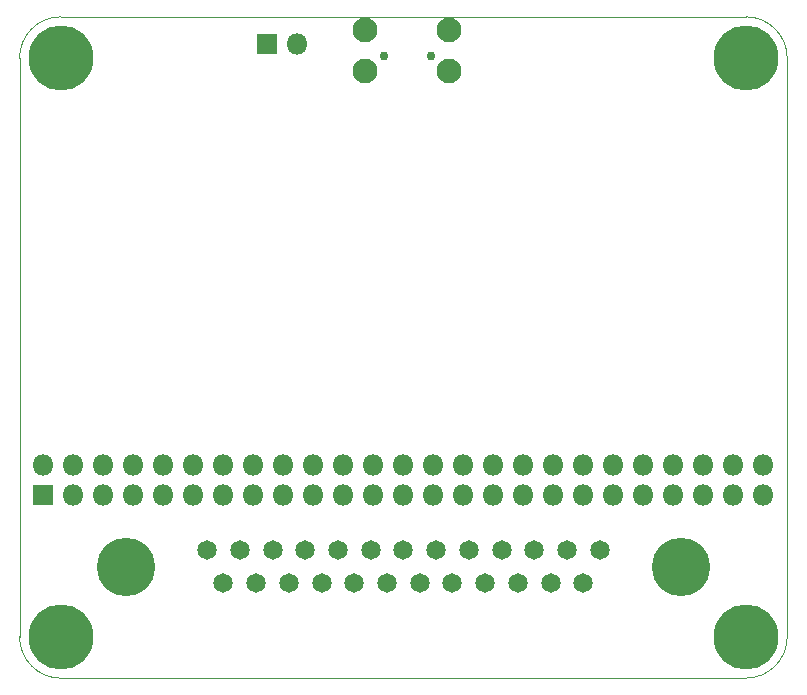
<source format=gbr>
%TF.GenerationSoftware,KiCad,Pcbnew,(5.1.6-0-10_14)*%
%TF.CreationDate,2020-08-20T20:18:55-05:00*%
%TF.ProjectId,rascsi_tester,72617363-7369-45f7-9465-737465722e6b,rev?*%
%TF.SameCoordinates,PX59d60c0PY325aa00*%
%TF.FileFunction,Soldermask,Bot*%
%TF.FilePolarity,Negative*%
%FSLAX46Y46*%
G04 Gerber Fmt 4.6, Leading zero omitted, Abs format (unit mm)*
G04 Created by KiCad (PCBNEW (5.1.6-0-10_14)) date 2020-08-20 20:18:55*
%MOMM*%
%LPD*%
G01*
G04 APERTURE LIST*
%TA.AperFunction,Profile*%
%ADD10C,0.050000*%
%TD*%
%ADD11O,1.800000X1.800000*%
%ADD12R,1.800000X1.800000*%
%ADD13C,4.945000*%
%ADD14C,1.645000*%
%ADD15C,0.750000*%
%ADD16C,2.100000*%
%ADD17C,0.900000*%
%ADD18C,5.500000*%
G04 APERTURE END LIST*
D10*
X83800000Y-45696000D02*
X141800000Y-45696000D01*
X83800000Y-45696000D02*
G75*
G02*
X80300000Y-42196000I0J3500000D01*
G01*
X145300000Y-42196000D02*
G75*
G02*
X141800000Y-45696000I-3500000J0D01*
G01*
X80300000Y6800000D02*
X80300000Y-42196000D01*
X145300000Y6800000D02*
X145300000Y-42196000D01*
X83800000Y10300000D02*
X141800000Y10300000D01*
X80300000Y6800000D02*
G75*
G02*
X83800000Y10300000I3500000J0D01*
G01*
X141800000Y10300000D02*
G75*
G02*
X145300000Y6800000I0J-3500000D01*
G01*
D11*
%TO.C,J2*%
X143226500Y-27654500D03*
X143226500Y-30194500D03*
X140686500Y-27654500D03*
X140686500Y-30194500D03*
X138146500Y-27654500D03*
X138146500Y-30194500D03*
X135606500Y-27654500D03*
X135606500Y-30194500D03*
X133066500Y-27654500D03*
X133066500Y-30194500D03*
X130526500Y-27654500D03*
X130526500Y-30194500D03*
X127986500Y-27654500D03*
X127986500Y-30194500D03*
X125446500Y-27654500D03*
X125446500Y-30194500D03*
X122906500Y-27654500D03*
X122906500Y-30194500D03*
X120366500Y-27654500D03*
X120366500Y-30194500D03*
X117826500Y-27654500D03*
X117826500Y-30194500D03*
X115286500Y-27654500D03*
X115286500Y-30194500D03*
X112746500Y-27654500D03*
X112746500Y-30194500D03*
X110206500Y-27654500D03*
X110206500Y-30194500D03*
X107666500Y-27654500D03*
X107666500Y-30194500D03*
X105126500Y-27654500D03*
X105126500Y-30194500D03*
X102586500Y-27654500D03*
X102586500Y-30194500D03*
X100046500Y-27654500D03*
X100046500Y-30194500D03*
X97506500Y-27654500D03*
X97506500Y-30194500D03*
X94966500Y-27654500D03*
X94966500Y-30194500D03*
X92426500Y-27654500D03*
X92426500Y-30194500D03*
X89886500Y-27654500D03*
X89886500Y-30194500D03*
X87346500Y-27654500D03*
X87346500Y-30194500D03*
X84806500Y-27654500D03*
X84806500Y-30194500D03*
X82266500Y-27654500D03*
D12*
X82266500Y-30194500D03*
%TD*%
D13*
%TO.C,J4*%
X89281600Y-36250000D03*
X136321600Y-36250000D03*
D14*
X97566600Y-37670000D03*
X100336600Y-37670000D03*
X103106600Y-37670000D03*
X105876600Y-37670000D03*
X108646600Y-37670000D03*
X111416600Y-37670000D03*
X114186600Y-37670000D03*
X116956600Y-37670000D03*
X119726600Y-37670000D03*
X122496600Y-37670000D03*
X125266600Y-37670000D03*
X128036600Y-37670000D03*
X96181600Y-34830000D03*
X98951600Y-34830000D03*
X101721600Y-34830000D03*
X104491600Y-34830000D03*
X107261600Y-34830000D03*
X110031600Y-34830000D03*
X112801600Y-34830000D03*
X115571600Y-34830000D03*
X118341600Y-34830000D03*
X121111600Y-34830000D03*
X123881600Y-34830000D03*
X126651600Y-34830000D03*
X129421600Y-34830000D03*
%TD*%
D15*
%TO.C,J1*%
X111127500Y7011000D03*
X115127500Y7011000D03*
D16*
X116702500Y5691000D03*
X109552500Y5691000D03*
X109552500Y9141000D03*
X116702500Y9141000D03*
%TD*%
D11*
%TO.C,J3*%
X103793000Y7969000D03*
D12*
X101253000Y7969000D03*
%TD*%
D17*
%TO.C,H2*%
X143231891Y8231891D03*
X141800000Y8825000D03*
X140368109Y8231891D03*
X139775000Y6800000D03*
X140368109Y5368109D03*
X141800000Y4775000D03*
X143231891Y5368109D03*
X143825000Y6800000D03*
D18*
X141800000Y6800000D03*
%TD*%
D17*
%TO.C,H1*%
X85231891Y8231891D03*
X83800000Y8825000D03*
X82368109Y8231891D03*
X81775000Y6800000D03*
X82368109Y5368109D03*
X83800000Y4775000D03*
X85231891Y5368109D03*
X85825000Y6800000D03*
D18*
X83800000Y6800000D03*
%TD*%
D17*
%TO.C,H6*%
X143231891Y-40768109D03*
X141800000Y-40175000D03*
X140368109Y-40768109D03*
X139775000Y-42200000D03*
X140368109Y-43631891D03*
X141800000Y-44225000D03*
X143231891Y-43631891D03*
X143825000Y-42200000D03*
D18*
X141800000Y-42200000D03*
%TD*%
D17*
%TO.C,H5*%
X85231891Y-40768109D03*
X83800000Y-40175000D03*
X82368109Y-40768109D03*
X81775000Y-42200000D03*
X82368109Y-43631891D03*
X83800000Y-44225000D03*
X85231891Y-43631891D03*
X85825000Y-42200000D03*
D18*
X83800000Y-42200000D03*
%TD*%
M02*

</source>
